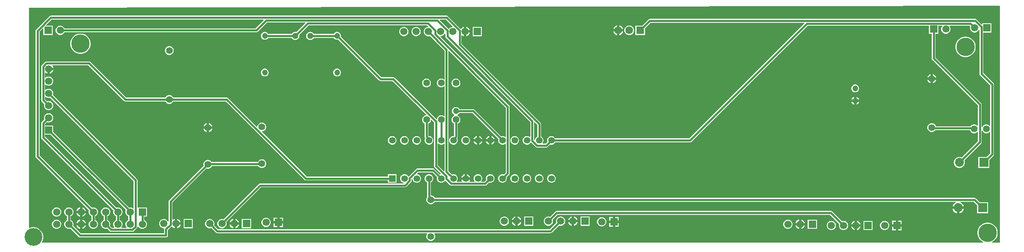
<source format=gtl>
G04*
G04 #@! TF.GenerationSoftware,Altium Limited,Altium Designer,21.6.4 (81)*
G04*
G04 Layer_Physical_Order=1*
G04 Layer_Color=255*
%FSLAX25Y25*%
%MOIN*%
G70*
G04*
G04 #@! TF.SameCoordinates,8913C7E9-C03F-4568-99A4-2E0721410B73*
G04*
G04*
G04 #@! TF.FilePolarity,Positive*
G04*
G01*
G75*
%ADD34C,0.01500*%
%ADD35C,0.04724*%
%ADD36R,0.06299X0.06299*%
%ADD37C,0.06299*%
%ADD38C,0.05500*%
%ADD39R,0.05906X0.05906*%
%ADD40C,0.05906*%
%ADD41C,0.05347*%
%ADD42R,0.05347X0.05347*%
%ADD43C,0.15000*%
%ADD44C,0.14567*%
%ADD45C,0.05512*%
%ADD46R,0.07284X0.07284*%
%ADD47C,0.07284*%
%ADD48R,0.05906X0.05906*%
%ADD49C,0.05118*%
%ADD50C,0.05000*%
G36*
X798000Y197645D02*
Y4500D01*
X791682D01*
X791582Y5000D01*
X791931Y5145D01*
X793291Y6053D01*
X794447Y7209D01*
X795355Y8568D01*
X795981Y10079D01*
X796300Y11682D01*
Y13318D01*
X795981Y14921D01*
X795355Y16432D01*
X794447Y17791D01*
X793291Y18947D01*
X791931Y19855D01*
X790421Y20481D01*
X788818Y20800D01*
X787183D01*
X785579Y20481D01*
X784068Y19855D01*
X782709Y18947D01*
X781553Y17791D01*
X780645Y16432D01*
X780019Y14921D01*
X779700Y13318D01*
Y11682D01*
X780019Y10079D01*
X780645Y8568D01*
X781553Y7209D01*
X782709Y6053D01*
X784068Y5145D01*
X784418Y5000D01*
X784318Y4500D01*
X16245D01*
X16010Y4941D01*
X16163Y5171D01*
X16773Y6642D01*
X17084Y8204D01*
Y9796D01*
X16773Y11358D01*
X16163Y12829D01*
X15279Y14153D01*
X14153Y15279D01*
X12829Y16163D01*
X11358Y16773D01*
X9796Y17084D01*
X8204D01*
X6642Y16773D01*
X5916Y16472D01*
X5500Y16750D01*
Y196500D01*
X797646Y197998D01*
X798000Y197645D01*
D02*
G37*
%LPC*%
G36*
X487524Y182028D02*
Y179000D01*
X490552D01*
X490390Y179602D01*
X489844Y180548D01*
X489072Y181321D01*
X488125Y181867D01*
X487524Y182028D01*
D02*
G37*
G36*
X485524Y182028D02*
X484922Y181867D01*
X483976Y181321D01*
X483203Y180548D01*
X482657Y179602D01*
X482496Y179000D01*
X485524D01*
Y182028D01*
D02*
G37*
G36*
X362500Y180824D02*
Y178000D01*
X365324D01*
X365183Y178526D01*
X364663Y179427D01*
X363927Y180163D01*
X363026Y180683D01*
X362500Y180824D01*
D02*
G37*
G36*
X496020Y181950D02*
X494980D01*
X493975Y181680D01*
X493075Y181160D01*
X492340Y180425D01*
X491820Y179525D01*
X491550Y178520D01*
Y177480D01*
X491820Y176476D01*
X492340Y175575D01*
X493075Y174839D01*
X493975Y174320D01*
X494980Y174050D01*
X496020D01*
X497024Y174320D01*
X497925Y174839D01*
X498661Y175575D01*
X499180Y176476D01*
X499450Y177480D01*
Y178520D01*
X499180Y179525D01*
X498661Y180425D01*
X497925Y181160D01*
X497024Y181680D01*
X496020Y181950D01*
D02*
G37*
G36*
X485524Y177000D02*
X482496D01*
X482657Y176398D01*
X483203Y175452D01*
X483976Y174680D01*
X484922Y174133D01*
X485524Y173972D01*
Y177000D01*
D02*
G37*
G36*
X490552D02*
X487524D01*
Y173972D01*
X488125Y174133D01*
X489072Y174680D01*
X489844Y175452D01*
X490390Y176398D01*
X490552Y177000D01*
D02*
G37*
G36*
X375253Y180753D02*
X367747D01*
Y173247D01*
X375253D01*
Y180753D01*
D02*
G37*
G36*
X321994D02*
X321006D01*
X320052Y180497D01*
X319196Y180003D01*
X318497Y179304D01*
X318003Y178448D01*
X317747Y177494D01*
Y176506D01*
X318003Y175551D01*
X318497Y174696D01*
X319196Y173997D01*
X320052Y173503D01*
X321006Y173247D01*
X321994D01*
X322949Y173503D01*
X323804Y173997D01*
X324503Y174696D01*
X324997Y175551D01*
X325253Y176506D01*
Y177494D01*
X324997Y178448D01*
X324503Y179304D01*
X323804Y180003D01*
X322949Y180497D01*
X321994Y180753D01*
D02*
G37*
G36*
X311994D02*
X311006D01*
X310051Y180497D01*
X309196Y180003D01*
X308497Y179304D01*
X308003Y178448D01*
X307747Y177494D01*
Y176506D01*
X308003Y175551D01*
X308497Y174696D01*
X309196Y173997D01*
X310051Y173503D01*
X311006Y173247D01*
X311994D01*
X312948Y173503D01*
X313804Y173997D01*
X314503Y174696D01*
X314997Y175551D01*
X315253Y176506D01*
Y177494D01*
X314997Y178448D01*
X314503Y179304D01*
X313804Y180003D01*
X312948Y180497D01*
X311994Y180753D01*
D02*
G37*
G36*
X365324Y176000D02*
X362500D01*
Y173176D01*
X363026Y173317D01*
X363927Y173837D01*
X364663Y174573D01*
X365183Y175474D01*
X365324Y176000D01*
D02*
G37*
G36*
X48318Y175300D02*
X46683D01*
X45079Y174981D01*
X43569Y174355D01*
X42209Y173447D01*
X41053Y172291D01*
X40145Y170931D01*
X39519Y169421D01*
X39200Y167817D01*
Y166182D01*
X39519Y164579D01*
X40145Y163068D01*
X41053Y161709D01*
X42209Y160553D01*
X43569Y159645D01*
X45079Y159019D01*
X46683Y158700D01*
X48318D01*
X49921Y159019D01*
X51432Y159645D01*
X52791Y160553D01*
X53947Y161709D01*
X54855Y163068D01*
X55481Y164579D01*
X55800Y166182D01*
Y167817D01*
X55481Y169421D01*
X54855Y170931D01*
X53947Y172291D01*
X52791Y173447D01*
X51432Y174355D01*
X49921Y174981D01*
X48318Y175300D01*
D02*
G37*
G36*
X120468Y165056D02*
X119532D01*
X118628Y164814D01*
X117817Y164345D01*
X117155Y163683D01*
X116686Y162873D01*
X116444Y161968D01*
Y161032D01*
X116686Y160127D01*
X117155Y159317D01*
X117817Y158655D01*
X118628Y158186D01*
X119532Y157944D01*
X120468D01*
X121372Y158186D01*
X122183Y158655D01*
X122845Y159317D01*
X123314Y160127D01*
X123556Y161032D01*
Y161968D01*
X123314Y162873D01*
X122845Y163683D01*
X122183Y164345D01*
X121372Y164814D01*
X120468Y165056D01*
D02*
G37*
G36*
X25324Y145500D02*
X22500D01*
Y142676D01*
X23026Y142817D01*
X23927Y143337D01*
X24663Y144073D01*
X25183Y144974D01*
X25324Y145500D01*
D02*
G37*
G36*
X257416Y146662D02*
X256584D01*
X255779Y146447D01*
X255058Y146030D01*
X254470Y145442D01*
X254053Y144721D01*
X253838Y143916D01*
Y143084D01*
X254053Y142279D01*
X254470Y141558D01*
X255058Y140970D01*
X255779Y140553D01*
X256584Y140338D01*
X257416D01*
X258221Y140553D01*
X258942Y140970D01*
X259530Y141558D01*
X259947Y142279D01*
X260162Y143084D01*
Y143916D01*
X259947Y144721D01*
X259530Y145442D01*
X258942Y146030D01*
X258221Y146447D01*
X257416Y146662D01*
D02*
G37*
G36*
X198416D02*
X197584D01*
X196779Y146447D01*
X196058Y146030D01*
X195470Y145442D01*
X195053Y144721D01*
X194838Y143916D01*
Y143084D01*
X195053Y142279D01*
X195470Y141558D01*
X196058Y140970D01*
X196779Y140553D01*
X197584Y140338D01*
X198416D01*
X199221Y140553D01*
X199942Y140970D01*
X200530Y141558D01*
X200947Y142279D01*
X201162Y143084D01*
Y143916D01*
X200947Y144721D01*
X200530Y145442D01*
X199942Y146030D01*
X199221Y146447D01*
X198416Y146662D01*
D02*
G37*
G36*
X743500Y142120D02*
Y139500D01*
X746120D01*
X746000Y139950D01*
X745506Y140806D01*
X744806Y141506D01*
X743950Y142000D01*
X743500Y142120D01*
D02*
G37*
G36*
X741500D02*
X741050Y142000D01*
X740194Y141506D01*
X739495Y140806D01*
X739000Y139950D01*
X738880Y139500D01*
X741500D01*
Y142120D01*
D02*
G37*
G36*
X746120Y137500D02*
X743500D01*
Y134880D01*
X743950Y135000D01*
X744806Y135494D01*
X745506Y136194D01*
X746000Y137050D01*
X746120Y137500D01*
D02*
G37*
G36*
X741500D02*
X738880D01*
X739000Y137050D01*
X739495Y136194D01*
X740194Y135494D01*
X741050Y135000D01*
X741500Y134880D01*
Y137500D01*
D02*
G37*
G36*
X354468Y138556D02*
X353532D01*
X352627Y138314D01*
X351817Y137845D01*
X351155Y137183D01*
X350686Y136372D01*
X350444Y135468D01*
Y134532D01*
X350686Y133627D01*
X351155Y132817D01*
X351817Y132155D01*
X352627Y131686D01*
X353532Y131444D01*
X354468D01*
X355373Y131686D01*
X356183Y132155D01*
X356845Y132817D01*
X357314Y133627D01*
X357556Y134532D01*
Y135468D01*
X357314Y136372D01*
X356845Y137183D01*
X356183Y137845D01*
X355373Y138314D01*
X354468Y138556D01*
D02*
G37*
G36*
X330468D02*
X329532D01*
X328627Y138314D01*
X327817Y137845D01*
X327155Y137183D01*
X326686Y136372D01*
X326444Y135468D01*
Y134532D01*
X326686Y133627D01*
X327155Y132817D01*
X327817Y132155D01*
X328627Y131686D01*
X329532Y131444D01*
X330468D01*
X331372Y131686D01*
X332183Y132155D01*
X332845Y132817D01*
X333314Y133627D01*
X333556Y134532D01*
Y135468D01*
X333314Y136372D01*
X332845Y137183D01*
X332183Y137845D01*
X331372Y138314D01*
X330468Y138556D01*
D02*
G37*
G36*
X680416Y133662D02*
X679584D01*
X678779Y133447D01*
X678058Y133030D01*
X677470Y132442D01*
X677053Y131721D01*
X676838Y130916D01*
Y130084D01*
X677053Y129279D01*
X677470Y128558D01*
X678058Y127970D01*
X678779Y127553D01*
X679584Y127338D01*
X680416D01*
X681221Y127553D01*
X681942Y127970D01*
X682530Y128558D01*
X682947Y129279D01*
X683162Y130084D01*
Y130916D01*
X682947Y131721D01*
X682530Y132442D01*
X681942Y133030D01*
X681221Y133447D01*
X680416Y133662D01*
D02*
G37*
G36*
X681000Y123713D02*
Y121500D01*
X683213D01*
X683133Y121798D01*
X682690Y122564D01*
X682064Y123190D01*
X681298Y123633D01*
X681000Y123713D01*
D02*
G37*
G36*
X679000Y123713D02*
X678702Y123633D01*
X677936Y123190D01*
X677310Y122564D01*
X676867Y121798D01*
X676787Y121500D01*
X679000D01*
Y123713D01*
D02*
G37*
G36*
X683213Y119500D02*
X681000D01*
Y117287D01*
X681298Y117367D01*
X682064Y117810D01*
X682690Y118436D01*
X683133Y119202D01*
X683213Y119500D01*
D02*
G37*
G36*
X679000D02*
X676787D01*
X676867Y119202D01*
X677310Y118436D01*
X677936Y117810D01*
X678702Y117367D01*
X679000Y117287D01*
Y119500D01*
D02*
G37*
G36*
X346465Y189983D02*
X23305D01*
X22700Y189863D01*
X22188Y189520D01*
X11280Y178612D01*
X10937Y178100D01*
X10817Y177495D01*
Y75103D01*
X10937Y74498D01*
X11280Y73985D01*
X54464Y30801D01*
X54247Y29994D01*
Y29006D01*
X54503Y28051D01*
X54997Y27196D01*
X55696Y26497D01*
X56420Y26079D01*
Y22921D01*
X55696Y22503D01*
X54997Y21804D01*
X54503Y20948D01*
X54247Y19994D01*
Y19006D01*
X54503Y18052D01*
X54997Y17196D01*
X55696Y16497D01*
X56551Y16003D01*
X57506Y15747D01*
X58494D01*
X59448Y16003D01*
X60304Y16497D01*
X61003Y17196D01*
X61497Y18052D01*
X61753Y19006D01*
Y19994D01*
X61497Y20948D01*
X61003Y21804D01*
X60304Y22503D01*
X59580Y22921D01*
Y26079D01*
X60304Y26497D01*
X61003Y27196D01*
X61497Y28051D01*
X61753Y29006D01*
Y29994D01*
X61497Y30948D01*
X61003Y31804D01*
X60304Y32503D01*
X59448Y32997D01*
X58494Y33253D01*
X57506D01*
X56699Y33036D01*
X13978Y75757D01*
Y176840D01*
X16785Y179648D01*
X17247Y179456D01*
Y174247D01*
X24753D01*
Y181753D01*
X19544D01*
X19352Y182215D01*
X23960Y186822D01*
X196961D01*
X197153Y186360D01*
X190373Y179580D01*
X34421D01*
X34003Y180304D01*
X33304Y181003D01*
X32449Y181497D01*
X31494Y181753D01*
X30506D01*
X29552Y181497D01*
X28696Y181003D01*
X27997Y180304D01*
X27503Y179448D01*
X27247Y178494D01*
Y177506D01*
X27503Y176551D01*
X27997Y175696D01*
X28696Y174997D01*
X29552Y174503D01*
X30506Y174247D01*
X31494D01*
X32449Y174503D01*
X33304Y174997D01*
X34003Y175696D01*
X34421Y176420D01*
X191027D01*
X191632Y176540D01*
X192145Y176883D01*
X199785Y184522D01*
X231032D01*
X231223Y184060D01*
X223878Y176715D01*
X223340Y176859D01*
X222455D01*
X221601Y176630D01*
X220835Y176188D01*
X220210Y175563D01*
X219931Y175080D01*
X200739D01*
X200530Y175442D01*
X199942Y176030D01*
X199221Y176447D01*
X198416Y176662D01*
X197584D01*
X196779Y176447D01*
X196058Y176030D01*
X195470Y175442D01*
X195053Y174721D01*
X194838Y173916D01*
Y173084D01*
X195053Y172279D01*
X195470Y171558D01*
X196058Y170970D01*
X196779Y170553D01*
X197584Y170338D01*
X198416D01*
X199221Y170553D01*
X199942Y170970D01*
X200530Y171558D01*
X200739Y171920D01*
X219931D01*
X220210Y171438D01*
X220835Y170812D01*
X221601Y170370D01*
X222455Y170141D01*
X223340D01*
X224194Y170370D01*
X224960Y170812D01*
X225586Y171438D01*
X226028Y172203D01*
X226257Y173058D01*
Y173942D01*
X226113Y174480D01*
X233855Y182222D01*
X330411D01*
X331418Y181215D01*
X331227Y180753D01*
X331006D01*
X330051Y180497D01*
X329196Y180003D01*
X328497Y179304D01*
X328003Y178448D01*
X327747Y177494D01*
Y176506D01*
X328003Y175551D01*
X328497Y174696D01*
X329196Y173997D01*
X330051Y173503D01*
X331006Y173247D01*
X331994D01*
X332801Y173464D01*
X344725Y161539D01*
Y137957D01*
X344264Y137765D01*
X344183Y137845D01*
X343373Y138314D01*
X342468Y138556D01*
X341532D01*
X340628Y138314D01*
X339817Y137845D01*
X339155Y137183D01*
X338686Y136372D01*
X338444Y135468D01*
Y134532D01*
X338686Y133627D01*
X339155Y132817D01*
X339817Y132155D01*
X340628Y131686D01*
X341532Y131444D01*
X342468D01*
X343373Y131686D01*
X344183Y132155D01*
X344264Y132235D01*
X344725Y132044D01*
Y107957D01*
X344264Y107765D01*
X344183Y107845D01*
X343373Y108314D01*
X342468Y108556D01*
X341532D01*
X340628Y108314D01*
X339817Y107845D01*
X339155Y107183D01*
X338686Y106372D01*
X338469Y105562D01*
X337997Y105328D01*
X304068Y139257D01*
X303555Y139599D01*
X302950Y139720D01*
X293015D01*
X260054Y172681D01*
X260162Y173084D01*
Y173916D01*
X259947Y174721D01*
X259530Y175442D01*
X258942Y176030D01*
X258221Y176447D01*
X257416Y176662D01*
X256584D01*
X255779Y176447D01*
X255058Y176030D01*
X254470Y175442D01*
X254261Y175080D01*
X238069D01*
X237790Y175563D01*
X237165Y176188D01*
X236399Y176630D01*
X235545Y176859D01*
X234660D01*
X233806Y176630D01*
X233040Y176188D01*
X232414Y175563D01*
X231972Y174797D01*
X231743Y173942D01*
Y173058D01*
X231972Y172203D01*
X232414Y171438D01*
X233040Y170812D01*
X233806Y170370D01*
X234660Y170141D01*
X235545D01*
X236399Y170370D01*
X237165Y170812D01*
X237790Y171438D01*
X238069Y171920D01*
X254261D01*
X254470Y171558D01*
X255058Y170970D01*
X255779Y170553D01*
X256584Y170338D01*
X257416D01*
X257819Y170446D01*
X291243Y137022D01*
X291756Y136679D01*
X292361Y136559D01*
X302296D01*
X329837Y109018D01*
X329645Y108556D01*
X329532D01*
X328627Y108314D01*
X327817Y107845D01*
X327155Y107183D01*
X326686Y106372D01*
X326444Y105468D01*
Y104532D01*
X326686Y103628D01*
X327155Y102817D01*
X327817Y102155D01*
X328420Y101806D01*
Y91131D01*
X328540Y90527D01*
X328883Y90014D01*
X329020Y89876D01*
X328764Y89431D01*
X328527Y88548D01*
Y87633D01*
X328764Y86750D01*
X329221Y85958D01*
X329867Y85311D01*
X330659Y84854D01*
X331543Y84617D01*
X332457D01*
X333341Y84854D01*
X334133Y85311D01*
X334779Y85958D01*
X335237Y86750D01*
X335473Y87633D01*
Y88548D01*
X335237Y89431D01*
X334779Y90223D01*
X334133Y90870D01*
X333341Y91327D01*
X332457Y91564D01*
X331803D01*
X331580Y91786D01*
Y101806D01*
X332183Y102155D01*
X332845Y102817D01*
X333314Y103628D01*
X333556Y104532D01*
Y104645D01*
X334018Y104837D01*
X336114Y102741D01*
Y67188D01*
X336234Y66583D01*
X336577Y66070D01*
X341802Y60845D01*
X341611Y60383D01*
X341543D01*
X340927Y60218D01*
X336594Y64550D01*
X336082Y64893D01*
X335477Y65013D01*
X322551D01*
X321946Y64893D01*
X321433Y64550D01*
X315489Y58606D01*
X314993Y58671D01*
X314779Y59042D01*
X314133Y59689D01*
X313341Y60146D01*
X312457Y60383D01*
X311543D01*
X310659Y60146D01*
X309867Y59689D01*
X309221Y59042D01*
X308764Y58250D01*
X308527Y57367D01*
Y56452D01*
X308764Y55569D01*
X309221Y54777D01*
X309867Y54130D01*
X310659Y53673D01*
X311142Y53544D01*
X311359Y52968D01*
X311300Y52880D01*
X194297D01*
X193693Y52760D01*
X193180Y52417D01*
X164299Y23536D01*
X163491Y23753D01*
X162503D01*
X161549Y23497D01*
X160693Y23003D01*
X159994Y22304D01*
X159500Y21449D01*
X159245Y20494D01*
Y19506D01*
X159500Y18552D01*
X159994Y17696D01*
X160693Y16997D01*
X161549Y16503D01*
X162503Y16247D01*
X163491D01*
X164446Y16503D01*
X165302Y16997D01*
X166000Y17696D01*
X166494Y18552D01*
X166750Y19506D01*
Y20494D01*
X166534Y21301D01*
X194952Y49720D01*
X312363D01*
X312968Y49840D01*
X313481Y50182D01*
X317341Y54043D01*
X317683Y54555D01*
X317804Y55160D01*
Y56320D01*
X318027Y56494D01*
X318179Y56481D01*
X318564Y56313D01*
X318763Y55569D01*
X319221Y54777D01*
X319867Y54130D01*
X320659Y53673D01*
X321543Y53436D01*
X322457D01*
X323341Y53673D01*
X324133Y54130D01*
X324779Y54777D01*
X325237Y55569D01*
X325473Y56452D01*
Y57367D01*
X325237Y58250D01*
X324779Y59042D01*
X324133Y59689D01*
X323341Y60146D01*
X322457Y60383D01*
X322389D01*
X322198Y60845D01*
X323205Y61852D01*
X334822D01*
X338692Y57983D01*
X338527Y57367D01*
Y56452D01*
X338763Y55569D01*
X339221Y54777D01*
X339867Y54130D01*
X340659Y53673D01*
X341543Y53436D01*
X342457D01*
X343341Y53673D01*
X344133Y54130D01*
X344779Y54777D01*
X344993Y55148D01*
X345489Y55213D01*
X349133Y51569D01*
X349646Y51226D01*
X350251Y51106D01*
X377777D01*
X378382Y51226D01*
X378894Y51569D01*
X380927Y53601D01*
X381543Y53436D01*
X382457D01*
X383341Y53673D01*
X384133Y54130D01*
X384779Y54777D01*
X385237Y55569D01*
X385473Y56452D01*
Y57367D01*
X385237Y58250D01*
X384779Y59042D01*
X384133Y59689D01*
X383341Y60146D01*
X382457Y60383D01*
X381543D01*
X380659Y60146D01*
X379867Y59689D01*
X379221Y59042D01*
X378764Y58250D01*
X378527Y57367D01*
Y56452D01*
X378692Y55836D01*
X377122Y54267D01*
X374922D01*
X374731Y54729D01*
X374779Y54777D01*
X375237Y55569D01*
X375473Y56452D01*
Y57367D01*
X375237Y58250D01*
X374779Y59042D01*
X374133Y59689D01*
X373341Y60146D01*
X372457Y60383D01*
X371543D01*
X370659Y60146D01*
X369867Y59689D01*
X369221Y59042D01*
X368763Y58250D01*
X368527Y57367D01*
Y56452D01*
X368763Y55569D01*
X369221Y54777D01*
X369269Y54729D01*
X369078Y54267D01*
X365193D01*
X365004Y54767D01*
X365423Y55492D01*
X365535Y55910D01*
X362000D01*
X358465D01*
X358577Y55492D01*
X358996Y54767D01*
X358807Y54267D01*
X354922D01*
X354731Y54729D01*
X354779Y54777D01*
X355237Y55569D01*
X355473Y56452D01*
Y57367D01*
X355237Y58250D01*
X354779Y59042D01*
X354133Y59689D01*
X353341Y60146D01*
X352457Y60383D01*
X351543D01*
X350927Y60218D01*
X347886Y63258D01*
Y160978D01*
X348348Y161170D01*
X394643Y114875D01*
Y91013D01*
X394181Y90821D01*
X394133Y90870D01*
X393341Y91327D01*
X392457Y91564D01*
X391543D01*
X390927Y91399D01*
X369208Y113118D01*
X368695Y113460D01*
X368091Y113580D01*
X356898D01*
X356641Y114026D01*
X356026Y114641D01*
X355274Y115075D01*
X354434Y115300D01*
X353566D01*
X352726Y115075D01*
X351974Y114641D01*
X351359Y114026D01*
X350925Y113274D01*
X350700Y112434D01*
Y111566D01*
X350925Y110726D01*
X351359Y109974D01*
X351974Y109359D01*
X352726Y108925D01*
X352852Y108891D01*
Y108374D01*
X352627Y108314D01*
X351817Y107845D01*
X351155Y107183D01*
X350686Y106372D01*
X350444Y105468D01*
Y104532D01*
X350686Y103628D01*
X351155Y102817D01*
X351817Y102155D01*
X352420Y101806D01*
Y91786D01*
X352197Y91564D01*
X351543D01*
X350659Y91327D01*
X349867Y90870D01*
X349221Y90223D01*
X348763Y89431D01*
X348527Y88548D01*
Y87633D01*
X348763Y86750D01*
X349221Y85958D01*
X349867Y85311D01*
X350659Y84854D01*
X351543Y84617D01*
X352457D01*
X353341Y84854D01*
X354133Y85311D01*
X354779Y85958D01*
X355237Y86750D01*
X355473Y87633D01*
Y88548D01*
X355237Y89431D01*
X354980Y89876D01*
X355118Y90014D01*
X355460Y90527D01*
X355580Y91131D01*
Y101806D01*
X356183Y102155D01*
X356845Y102817D01*
X357314Y103628D01*
X357556Y104532D01*
Y105468D01*
X357314Y106372D01*
X356845Y107183D01*
X356183Y107845D01*
X355373Y108314D01*
X355148Y108374D01*
Y108891D01*
X355274Y108925D01*
X356026Y109359D01*
X356641Y109974D01*
X356898Y110420D01*
X367436D01*
X388692Y89164D01*
X388527Y88548D01*
Y87633D01*
X388763Y86750D01*
X389221Y85958D01*
X389867Y85311D01*
X390659Y84854D01*
X391543Y84617D01*
X392457D01*
X393341Y84854D01*
X394133Y85311D01*
X394181Y85360D01*
X394643Y85168D01*
Y61787D01*
X393073Y60218D01*
X392457Y60383D01*
X391543D01*
X390659Y60146D01*
X389867Y59689D01*
X389221Y59042D01*
X388763Y58250D01*
X388527Y57367D01*
Y56452D01*
X388763Y55569D01*
X389221Y54777D01*
X389867Y54130D01*
X390659Y53673D01*
X391543Y53436D01*
X392457D01*
X393341Y53673D01*
X394133Y54130D01*
X394779Y54777D01*
X395236Y55569D01*
X395473Y56452D01*
Y57367D01*
X395308Y57983D01*
X397341Y60015D01*
X397683Y60528D01*
X397804Y61133D01*
Y115530D01*
X397683Y116134D01*
X397341Y116647D01*
X341240Y172747D01*
X341447Y173247D01*
X341994D01*
X342949Y173503D01*
X343804Y173997D01*
X344503Y174696D01*
X344917Y175413D01*
X345417Y175279D01*
Y173093D01*
X345537Y172488D01*
X345880Y171976D01*
X414643Y103213D01*
Y91013D01*
X414181Y90821D01*
X414133Y90870D01*
X413341Y91327D01*
X412457Y91564D01*
X411543D01*
X410659Y91327D01*
X409867Y90870D01*
X409221Y90223D01*
X408764Y89431D01*
X408527Y88548D01*
Y87633D01*
X408764Y86750D01*
X409221Y85958D01*
X409867Y85311D01*
X410659Y84854D01*
X411543Y84617D01*
X412457D01*
X413341Y84854D01*
X414133Y85311D01*
X414779Y85958D01*
X414993Y86329D01*
X415489Y86394D01*
X419133Y82750D01*
X419646Y82407D01*
X420251Y82287D01*
X427777D01*
X428381Y82407D01*
X428894Y82750D01*
X430927Y84782D01*
X431543Y84617D01*
X432457D01*
X433341Y84854D01*
X434133Y85311D01*
X434779Y85958D01*
X435098Y86510D01*
X545090D01*
X545695Y86630D01*
X546208Y86973D01*
X641157Y181922D01*
X740247D01*
Y175247D01*
X742420D01*
Y155025D01*
X742540Y154420D01*
X742882Y153908D01*
X780119Y116671D01*
Y100108D01*
X779619Y99901D01*
X779180Y100341D01*
X778370Y100808D01*
X777467Y101050D01*
X776533D01*
X775630Y100808D01*
X774820Y100341D01*
X774159Y99680D01*
X774102Y99580D01*
X745892D01*
X745814Y99872D01*
X745345Y100683D01*
X744683Y101345D01*
X743872Y101814D01*
X742968Y102056D01*
X742032D01*
X741127Y101814D01*
X740317Y101345D01*
X739655Y100683D01*
X739186Y99872D01*
X738944Y98968D01*
Y98032D01*
X739186Y97127D01*
X739655Y96317D01*
X740317Y95655D01*
X741127Y95186D01*
X742032Y94944D01*
X742968D01*
X743872Y95186D01*
X744683Y95655D01*
X745345Y96317D01*
X745405Y96420D01*
X773614D01*
X773692Y96130D01*
X774159Y95320D01*
X774820Y94659D01*
X775630Y94192D01*
X776533Y93950D01*
X777467D01*
X778370Y94192D01*
X779180Y94659D01*
X779619Y95099D01*
X780119Y94892D01*
Y87354D01*
X766835Y74070D01*
X766714Y74139D01*
X765585Y74442D01*
X764415D01*
X763286Y74139D01*
X762273Y73554D01*
X761446Y72727D01*
X760861Y71714D01*
X760558Y70585D01*
Y69415D01*
X760861Y68286D01*
X761446Y67273D01*
X762273Y66446D01*
X763286Y65861D01*
X764415Y65558D01*
X765585D01*
X766714Y65861D01*
X767727Y66446D01*
X768554Y67273D01*
X769139Y68286D01*
X769442Y69415D01*
Y70585D01*
X769139Y71714D01*
X769070Y71835D01*
X782817Y85582D01*
X783160Y86095D01*
X783280Y86700D01*
Y95843D01*
X783780Y95977D01*
X784159Y95320D01*
X784820Y94659D01*
X785630Y94192D01*
X786533Y93950D01*
X787467D01*
X788370Y94192D01*
X789180Y94659D01*
X789619Y95099D01*
X790119Y94892D01*
Y77354D01*
X787207Y74442D01*
X780558D01*
Y65558D01*
X789442D01*
Y72207D01*
X792817Y75582D01*
X793160Y76095D01*
X793280Y76700D01*
Y133861D01*
X793160Y134466D01*
X792817Y134978D01*
X784578Y143218D01*
Y176247D01*
X791253D01*
Y183753D01*
X783747D01*
Y183009D01*
X783285Y182817D01*
X779183Y186920D01*
X778670Y187263D01*
X778065Y187383D01*
X512279D01*
X511674Y187263D01*
X511162Y186920D01*
X506191Y181950D01*
X500527D01*
Y174050D01*
X508426D01*
Y179715D01*
X512934Y184222D01*
X638334D01*
X638525Y183760D01*
X544436Y89671D01*
X435098D01*
X434779Y90223D01*
X434133Y90870D01*
X433341Y91327D01*
X432457Y91564D01*
X431543D01*
X430659Y91327D01*
X429867Y90870D01*
X429221Y90223D01*
X428763Y89431D01*
X428527Y88548D01*
Y87633D01*
X428692Y87017D01*
X427122Y85448D01*
X424922D01*
X424731Y85910D01*
X424779Y85958D01*
X425237Y86750D01*
X425473Y87633D01*
Y88548D01*
X425237Y89431D01*
X424779Y90223D01*
X424133Y90870D01*
X423580Y91189D01*
Y101343D01*
X423460Y101948D01*
X423117Y102461D01*
X358578Y167001D01*
Y173679D01*
X359040Y173870D01*
X359073Y173837D01*
X359974Y173317D01*
X360500Y173176D01*
Y177000D01*
Y180824D01*
X359974Y180683D01*
X359073Y180163D01*
X358337Y179427D01*
X358300Y179364D01*
X357805Y179298D01*
X347583Y189520D01*
X347070Y189863D01*
X346465Y189983D01*
D02*
G37*
G36*
X152500Y102120D02*
Y99500D01*
X155120D01*
X155000Y99950D01*
X154506Y100806D01*
X153806Y101505D01*
X152950Y102000D01*
X152500Y102120D01*
D02*
G37*
G36*
X150500D02*
X150050Y102000D01*
X149194Y101505D01*
X148495Y100806D01*
X148000Y99950D01*
X147880Y99500D01*
X150500D01*
Y102120D01*
D02*
G37*
G36*
X155120Y97500D02*
X152500D01*
Y94880D01*
X152950Y95000D01*
X153806Y95495D01*
X154506Y96194D01*
X155000Y97050D01*
X155120Y97500D01*
D02*
G37*
G36*
X150500D02*
X147880D01*
X148000Y97050D01*
X148495Y96194D01*
X149194Y95495D01*
X150050Y95000D01*
X150500Y94880D01*
Y97500D01*
D02*
G37*
G36*
X383000Y91625D02*
Y89091D01*
X385535D01*
X385423Y89508D01*
X384939Y90346D01*
X384255Y91030D01*
X383418Y91514D01*
X383000Y91625D01*
D02*
G37*
G36*
X373000D02*
Y89091D01*
X375535D01*
X375423Y89508D01*
X374939Y90346D01*
X374255Y91030D01*
X373418Y91514D01*
X373000Y91625D01*
D02*
G37*
G36*
X381000D02*
X380582Y91514D01*
X379745Y91030D01*
X379061Y90346D01*
X378577Y89508D01*
X378465Y89091D01*
X381000D01*
Y91625D01*
D02*
G37*
G36*
X371000D02*
X370582Y91514D01*
X369745Y91030D01*
X369061Y90346D01*
X368577Y89508D01*
X368465Y89091D01*
X371000D01*
Y91625D01*
D02*
G37*
G36*
X402457Y91564D02*
X401543D01*
X400659Y91327D01*
X399867Y90870D01*
X399221Y90223D01*
X398763Y89431D01*
X398527Y88548D01*
Y87633D01*
X398763Y86750D01*
X399221Y85958D01*
X399867Y85311D01*
X400659Y84854D01*
X401543Y84617D01*
X402457D01*
X403341Y84854D01*
X404133Y85311D01*
X404779Y85958D01*
X405236Y86750D01*
X405473Y87633D01*
Y88548D01*
X405236Y89431D01*
X404779Y90223D01*
X404133Y90870D01*
X403341Y91327D01*
X402457Y91564D01*
D02*
G37*
G36*
X362457D02*
X361543D01*
X360659Y91327D01*
X359867Y90870D01*
X359221Y90223D01*
X358764Y89431D01*
X358527Y88548D01*
Y87633D01*
X358764Y86750D01*
X359221Y85958D01*
X359867Y85311D01*
X360659Y84854D01*
X361543Y84617D01*
X362457D01*
X363341Y84854D01*
X364133Y85311D01*
X364779Y85958D01*
X365236Y86750D01*
X365473Y87633D01*
Y88548D01*
X365236Y89431D01*
X364779Y90223D01*
X364133Y90870D01*
X363341Y91327D01*
X362457Y91564D01*
D02*
G37*
G36*
X322457D02*
X321543D01*
X320659Y91327D01*
X319867Y90870D01*
X319221Y90223D01*
X318763Y89431D01*
X318527Y88548D01*
Y87633D01*
X318763Y86750D01*
X319221Y85958D01*
X319867Y85311D01*
X320659Y84854D01*
X321543Y84617D01*
X322457D01*
X323341Y84854D01*
X324133Y85311D01*
X324779Y85958D01*
X325237Y86750D01*
X325473Y87633D01*
Y88548D01*
X325237Y89431D01*
X324779Y90223D01*
X324133Y90870D01*
X323341Y91327D01*
X322457Y91564D01*
D02*
G37*
G36*
X312457D02*
X311543D01*
X310659Y91327D01*
X309867Y90870D01*
X309221Y90223D01*
X308764Y89431D01*
X308527Y88548D01*
Y87633D01*
X308764Y86750D01*
X309221Y85958D01*
X309867Y85311D01*
X310659Y84854D01*
X311543Y84617D01*
X312457D01*
X313341Y84854D01*
X314133Y85311D01*
X314779Y85958D01*
X315236Y86750D01*
X315473Y87633D01*
Y88548D01*
X315236Y89431D01*
X314779Y90223D01*
X314133Y90870D01*
X313341Y91327D01*
X312457Y91564D01*
D02*
G37*
G36*
X302457D02*
X301543D01*
X300659Y91327D01*
X299867Y90870D01*
X299221Y90223D01*
X298763Y89431D01*
X298527Y88548D01*
Y87633D01*
X298763Y86750D01*
X299221Y85958D01*
X299867Y85311D01*
X300659Y84854D01*
X301543Y84617D01*
X302457D01*
X303341Y84854D01*
X304133Y85311D01*
X304779Y85958D01*
X305237Y86750D01*
X305473Y87633D01*
Y88548D01*
X305237Y89431D01*
X304779Y90223D01*
X304133Y90870D01*
X303341Y91327D01*
X302457Y91564D01*
D02*
G37*
G36*
X385535Y87091D02*
X383000D01*
Y84556D01*
X383418Y84668D01*
X384255Y85151D01*
X384939Y85835D01*
X385423Y86673D01*
X385535Y87091D01*
D02*
G37*
G36*
X375535D02*
X373000D01*
Y84556D01*
X373418Y84668D01*
X374255Y85151D01*
X374939Y85835D01*
X375423Y86673D01*
X375535Y87091D01*
D02*
G37*
G36*
X371000D02*
X368465D01*
X368577Y86673D01*
X369061Y85835D01*
X369745Y85151D01*
X370582Y84668D01*
X371000Y84556D01*
Y87091D01*
D02*
G37*
G36*
X381000D02*
X378465D01*
X378577Y86673D01*
X379061Y85835D01*
X379745Y85151D01*
X380582Y84668D01*
X381000Y84556D01*
Y87091D01*
D02*
G37*
G36*
X195968Y72556D02*
X195032D01*
X194128Y72314D01*
X193317Y71845D01*
X192655Y71183D01*
X192186Y70372D01*
X192175Y70330D01*
X154549D01*
X154345Y70683D01*
X153683Y71345D01*
X152873Y71814D01*
X151968Y72056D01*
X151032D01*
X150127Y71814D01*
X149317Y71345D01*
X148655Y70683D01*
X148186Y69872D01*
X147944Y68968D01*
Y68032D01*
X148124Y67359D01*
X119880Y39115D01*
X119537Y38602D01*
X119417Y37997D01*
Y21721D01*
X118917Y21587D01*
X118503Y22304D01*
X117804Y23003D01*
X116948Y23497D01*
X115994Y23753D01*
X115006D01*
X114051Y23497D01*
X113196Y23003D01*
X112497Y22304D01*
X112003Y21449D01*
X111747Y20494D01*
Y19506D01*
X112003Y18552D01*
X112497Y17696D01*
X113196Y16997D01*
X114051Y16503D01*
X115006Y16247D01*
X115413D01*
X115754Y15747D01*
X115685Y15397D01*
Y11978D01*
X47757D01*
X41536Y18199D01*
X41753Y19006D01*
Y19994D01*
X41497Y20948D01*
X41003Y21804D01*
X40304Y22503D01*
X39580Y22921D01*
Y26079D01*
X40304Y26497D01*
X41003Y27196D01*
X41497Y28051D01*
X41753Y29006D01*
Y29994D01*
X41497Y30948D01*
X41003Y31804D01*
X40304Y32503D01*
X39448Y32997D01*
X38494Y33253D01*
X37506D01*
X36551Y32997D01*
X35696Y32503D01*
X34997Y31804D01*
X34503Y30948D01*
X34247Y29994D01*
Y29006D01*
X34503Y28051D01*
X34997Y27196D01*
X35696Y26497D01*
X36420Y26079D01*
Y22921D01*
X35696Y22503D01*
X34997Y21804D01*
X34503Y20948D01*
X34247Y19994D01*
Y19006D01*
X34503Y18052D01*
X34997Y17196D01*
X35696Y16497D01*
X36551Y16003D01*
X37506Y15747D01*
X38494D01*
X39301Y15964D01*
X45985Y9280D01*
X46498Y8937D01*
X47103Y8817D01*
X117265D01*
X117870Y8937D01*
X118383Y9280D01*
X118725Y9792D01*
X118845Y10397D01*
Y14743D01*
X121805Y17702D01*
X122300Y17637D01*
X122337Y17573D01*
X123073Y16837D01*
X123974Y16317D01*
X124500Y16176D01*
Y20000D01*
Y23824D01*
X123974Y23683D01*
X123073Y23163D01*
X123040Y23130D01*
X122578Y23321D01*
Y37343D01*
X150359Y65124D01*
X151032Y64944D01*
X151968D01*
X152873Y65186D01*
X153683Y65655D01*
X154345Y66317D01*
X154814Y67128D01*
X154825Y67170D01*
X192451D01*
X192655Y66817D01*
X193317Y66155D01*
X194128Y65686D01*
X195032Y65444D01*
X195968D01*
X196872Y65686D01*
X197683Y66155D01*
X198345Y66817D01*
X198814Y67628D01*
X199056Y68532D01*
Y69468D01*
X198814Y70372D01*
X198345Y71183D01*
X197683Y71845D01*
X196872Y72314D01*
X195968Y72556D01*
D02*
G37*
G36*
X363000Y60444D02*
Y57910D01*
X365535D01*
X365423Y58327D01*
X364939Y59165D01*
X364255Y59849D01*
X363418Y60332D01*
X363000Y60444D01*
D02*
G37*
G36*
X361000D02*
X360582Y60332D01*
X359745Y59849D01*
X359061Y59165D01*
X358577Y58327D01*
X358465Y57910D01*
X361000D01*
Y60444D01*
D02*
G37*
G36*
X432457Y60383D02*
X431543D01*
X430659Y60146D01*
X429867Y59689D01*
X429221Y59042D01*
X428763Y58250D01*
X428527Y57367D01*
Y56452D01*
X428763Y55569D01*
X429221Y54777D01*
X429867Y54130D01*
X430659Y53673D01*
X431543Y53436D01*
X432457D01*
X433341Y53673D01*
X434133Y54130D01*
X434779Y54777D01*
X435237Y55569D01*
X435473Y56452D01*
Y57367D01*
X435237Y58250D01*
X434779Y59042D01*
X434133Y59689D01*
X433341Y60146D01*
X432457Y60383D01*
D02*
G37*
G36*
X422457D02*
X421543D01*
X420659Y60146D01*
X419867Y59689D01*
X419221Y59042D01*
X418763Y58250D01*
X418527Y57367D01*
Y56452D01*
X418763Y55569D01*
X419221Y54777D01*
X419867Y54130D01*
X420659Y53673D01*
X421543Y53436D01*
X422457D01*
X423341Y53673D01*
X424133Y54130D01*
X424779Y54777D01*
X425237Y55569D01*
X425473Y56452D01*
Y57367D01*
X425237Y58250D01*
X424779Y59042D01*
X424133Y59689D01*
X423341Y60146D01*
X422457Y60383D01*
D02*
G37*
G36*
X412457D02*
X411543D01*
X410659Y60146D01*
X409867Y59689D01*
X409221Y59042D01*
X408764Y58250D01*
X408527Y57367D01*
Y56452D01*
X408764Y55569D01*
X409221Y54777D01*
X409867Y54130D01*
X410659Y53673D01*
X411543Y53436D01*
X412457D01*
X413341Y53673D01*
X414133Y54130D01*
X414779Y54777D01*
X415237Y55569D01*
X415473Y56452D01*
Y57367D01*
X415237Y58250D01*
X414779Y59042D01*
X414133Y59689D01*
X413341Y60146D01*
X412457Y60383D01*
D02*
G37*
G36*
X402457D02*
X401543D01*
X400659Y60146D01*
X399867Y59689D01*
X399221Y59042D01*
X398763Y58250D01*
X398527Y57367D01*
Y56452D01*
X398763Y55569D01*
X399221Y54777D01*
X399867Y54130D01*
X400659Y53673D01*
X401543Y53436D01*
X402457D01*
X403341Y53673D01*
X404133Y54130D01*
X404779Y54777D01*
X405236Y55569D01*
X405473Y56452D01*
Y57367D01*
X405236Y58250D01*
X404779Y59042D01*
X404133Y59689D01*
X403341Y60146D01*
X402457Y60383D01*
D02*
G37*
G36*
X54523Y152583D02*
X19635D01*
X19030Y152463D01*
X18517Y152120D01*
X15880Y149483D01*
X15537Y148970D01*
X15417Y148365D01*
Y121003D01*
X15537Y120398D01*
X15880Y119885D01*
X17964Y117801D01*
X17747Y116994D01*
Y116006D01*
X18003Y115051D01*
X18497Y114196D01*
X19196Y113497D01*
X20052Y113003D01*
X21006Y112747D01*
X21994D01*
X22949Y113003D01*
X23804Y113497D01*
X24503Y114196D01*
X24997Y115051D01*
X25253Y116006D01*
Y116994D01*
X24997Y117948D01*
X24503Y118804D01*
X23804Y119503D01*
X22949Y119997D01*
X21994Y120253D01*
X21006D01*
X20199Y120036D01*
X18578Y121657D01*
Y123462D01*
X19039Y123653D01*
X19196Y123497D01*
X20052Y123003D01*
X21006Y122747D01*
X21994D01*
X22801Y122964D01*
X90922Y54843D01*
Y32538D01*
X90460Y32347D01*
X90304Y32503D01*
X89448Y32997D01*
X88494Y33253D01*
X87506D01*
X87093Y33142D01*
X25253Y94982D01*
Y100253D01*
X18578D01*
Y101343D01*
X20199Y102964D01*
X21006Y102747D01*
X21994D01*
X22949Y103003D01*
X23804Y103497D01*
X24503Y104196D01*
X24997Y105052D01*
X25253Y106006D01*
Y106994D01*
X24997Y107949D01*
X24503Y108804D01*
X23804Y109503D01*
X22949Y109997D01*
X21994Y110253D01*
X21006D01*
X20052Y109997D01*
X19196Y109503D01*
X18497Y108804D01*
X18003Y107949D01*
X17747Y106994D01*
Y106006D01*
X17964Y105199D01*
X15880Y103115D01*
X15537Y102602D01*
X15417Y101997D01*
Y90503D01*
X15537Y89898D01*
X15880Y89385D01*
X74464Y30801D01*
X74247Y29994D01*
Y29006D01*
X74503Y28051D01*
X74997Y27196D01*
X75696Y26497D01*
X76420Y26079D01*
Y22921D01*
X75696Y22503D01*
X74997Y21804D01*
X74503Y20948D01*
X74247Y19994D01*
Y19006D01*
X74503Y18052D01*
X74997Y17196D01*
X75153Y17040D01*
X74962Y16578D01*
X73157D01*
X71536Y18199D01*
X71753Y19006D01*
Y19994D01*
X71497Y20948D01*
X71003Y21804D01*
X70304Y22503D01*
X69580Y22921D01*
Y26079D01*
X70304Y26497D01*
X71003Y27196D01*
X71497Y28051D01*
X71753Y29006D01*
Y29994D01*
X71497Y30948D01*
X71003Y31804D01*
X70304Y32503D01*
X69449Y32997D01*
X68494Y33253D01*
X67506D01*
X66552Y32997D01*
X65696Y32503D01*
X64997Y31804D01*
X64503Y30948D01*
X64247Y29994D01*
Y29006D01*
X64503Y28051D01*
X64997Y27196D01*
X65696Y26497D01*
X66420Y26079D01*
Y22921D01*
X65696Y22503D01*
X64997Y21804D01*
X64503Y20948D01*
X64247Y19994D01*
Y19006D01*
X64503Y18052D01*
X64997Y17196D01*
X65696Y16497D01*
X66552Y16003D01*
X67506Y15747D01*
X68494D01*
X69301Y15964D01*
X71385Y13880D01*
X71898Y13537D01*
X72503Y13417D01*
X89865D01*
X90470Y13537D01*
X90983Y13880D01*
X93620Y16517D01*
X93963Y17030D01*
X94083Y17635D01*
Y17779D01*
X94583Y17913D01*
X94997Y17196D01*
X95696Y16497D01*
X96552Y16003D01*
X97506Y15747D01*
X98494D01*
X99449Y16003D01*
X100304Y16497D01*
X101003Y17196D01*
X101497Y18052D01*
X101753Y19006D01*
Y19994D01*
X101497Y20948D01*
X101003Y21804D01*
X100304Y22503D01*
X99580Y22921D01*
Y25747D01*
X101753D01*
Y33253D01*
X94583D01*
X94247Y33253D01*
X94083Y33685D01*
Y55497D01*
X93963Y56102D01*
X93620Y56615D01*
X25036Y125199D01*
X25253Y126006D01*
Y126994D01*
X24997Y127948D01*
X24503Y128804D01*
X23804Y129503D01*
X22949Y129997D01*
X21994Y130253D01*
X21006D01*
X20052Y129997D01*
X19196Y129503D01*
X19039Y129347D01*
X18578Y129538D01*
Y133462D01*
X19039Y133653D01*
X19196Y133497D01*
X20052Y133003D01*
X21006Y132747D01*
X21994D01*
X22949Y133003D01*
X23804Y133497D01*
X24503Y134196D01*
X24997Y135052D01*
X25253Y136006D01*
Y136994D01*
X24997Y137949D01*
X24503Y138804D01*
X23804Y139503D01*
X22949Y139997D01*
X21994Y140253D01*
X21006D01*
X20052Y139997D01*
X19196Y139503D01*
X19039Y139347D01*
X18578Y139538D01*
Y143179D01*
X19039Y143370D01*
X19073Y143337D01*
X19974Y142817D01*
X20500Y142676D01*
Y146500D01*
X21500D01*
Y147500D01*
X25324D01*
X25183Y148026D01*
X24663Y148927D01*
X24630Y148960D01*
X24821Y149422D01*
X53869D01*
X82908Y120382D01*
X83421Y120040D01*
X84026Y119920D01*
X116806D01*
X117155Y119317D01*
X117817Y118655D01*
X118628Y118186D01*
X119532Y117944D01*
X120468D01*
X121372Y118186D01*
X122183Y118655D01*
X122845Y119317D01*
X123194Y119920D01*
X166256D01*
X230384Y55792D01*
X230896Y55449D01*
X231501Y55329D01*
X298527D01*
Y53436D01*
X305473D01*
Y60383D01*
X298527D01*
Y58490D01*
X232156D01*
X195663Y94982D01*
X195855Y95444D01*
X195968D01*
X196872Y95686D01*
X197683Y96155D01*
X198345Y96817D01*
X198814Y97628D01*
X199056Y98532D01*
Y99468D01*
X198814Y100373D01*
X198345Y101183D01*
X197683Y101845D01*
X196872Y102314D01*
X195968Y102556D01*
X195032D01*
X194128Y102314D01*
X193317Y101845D01*
X192655Y101183D01*
X192186Y100373D01*
X191944Y99468D01*
Y99355D01*
X191482Y99163D01*
X168028Y122617D01*
X167515Y122960D01*
X166911Y123080D01*
X123194D01*
X122845Y123683D01*
X122183Y124345D01*
X121372Y124814D01*
X120468Y125056D01*
X119532D01*
X118628Y124814D01*
X117817Y124345D01*
X117155Y123683D01*
X116806Y123080D01*
X84681D01*
X55641Y152120D01*
X55128Y152463D01*
X54523Y152583D01*
D02*
G37*
G36*
X49000Y33324D02*
Y30500D01*
X51824D01*
X51683Y31026D01*
X51163Y31927D01*
X50427Y32663D01*
X49526Y33183D01*
X49000Y33324D01*
D02*
G37*
G36*
X47000D02*
X46474Y33183D01*
X45573Y32663D01*
X44837Y31927D01*
X44317Y31026D01*
X44176Y30500D01*
X47000D01*
Y33324D01*
D02*
G37*
G36*
X332457Y60383D02*
X331543D01*
X330659Y60146D01*
X329867Y59689D01*
X329221Y59042D01*
X328764Y58250D01*
X328527Y57367D01*
Y56452D01*
X328764Y55569D01*
X329221Y54777D01*
X329867Y54130D01*
X330420Y53811D01*
Y42086D01*
X330539Y41484D01*
X330186Y40872D01*
X329944Y39968D01*
Y39032D01*
X330186Y38127D01*
X330655Y37317D01*
X331317Y36655D01*
X332127Y36186D01*
X333032Y35944D01*
X333968D01*
X334873Y36186D01*
X335683Y36655D01*
X336345Y37317D01*
X336694Y37920D01*
X762494D01*
X762560Y37420D01*
X762208Y37325D01*
X761150Y36714D01*
X760286Y35850D01*
X759675Y34792D01*
X759462Y34000D01*
X764000D01*
X768538D01*
X768325Y34792D01*
X767714Y35850D01*
X766850Y36714D01*
X765792Y37325D01*
X765440Y37420D01*
X765506Y37920D01*
X776845D01*
X779558Y35207D01*
Y28558D01*
X788442D01*
Y37442D01*
X781793D01*
X778617Y40617D01*
X778105Y40960D01*
X777500Y41080D01*
X336694D01*
X336345Y41683D01*
X335683Y42345D01*
X334873Y42814D01*
X333968Y43056D01*
X333580D01*
Y53811D01*
X334133Y54130D01*
X334779Y54777D01*
X335237Y55569D01*
X335473Y56452D01*
Y57367D01*
X335237Y58250D01*
X334779Y59042D01*
X334133Y59689D01*
X333341Y60146D01*
X332457Y60383D01*
D02*
G37*
G36*
X768538Y32000D02*
X765000D01*
Y28462D01*
X765792Y28675D01*
X766850Y29286D01*
X767714Y30150D01*
X768325Y31208D01*
X768538Y32000D01*
D02*
G37*
G36*
X763000D02*
X759462D01*
X759675Y31208D01*
X760286Y30150D01*
X761150Y29286D01*
X762208Y28675D01*
X763000Y28462D01*
Y32000D01*
D02*
G37*
G36*
X28494Y33253D02*
X27506D01*
X26551Y32997D01*
X25696Y32503D01*
X24997Y31804D01*
X24503Y30948D01*
X24247Y29994D01*
Y29006D01*
X24503Y28051D01*
X24997Y27196D01*
X25696Y26497D01*
X26551Y26003D01*
X27506Y25747D01*
X28494D01*
X29449Y26003D01*
X30304Y26497D01*
X31003Y27196D01*
X31497Y28051D01*
X31753Y29006D01*
Y29994D01*
X31497Y30948D01*
X31003Y31804D01*
X30304Y32503D01*
X29449Y32997D01*
X28494Y33253D01*
D02*
G37*
G36*
X51824Y28500D02*
X49000D01*
Y25676D01*
X49526Y25817D01*
X50427Y26337D01*
X51163Y27073D01*
X51683Y27974D01*
X51824Y28500D01*
D02*
G37*
G36*
X47000D02*
X44176D01*
X44317Y27974D01*
X44837Y27073D01*
X45573Y26337D01*
X46474Y25817D01*
X47000Y25676D01*
Y28500D01*
D02*
G37*
G36*
X450500Y25824D02*
Y23000D01*
X453324D01*
X453183Y23526D01*
X452663Y24427D01*
X451927Y25163D01*
X451026Y25683D01*
X450500Y25824D01*
D02*
G37*
G36*
X404500D02*
Y23000D01*
X407324D01*
X407183Y23526D01*
X406663Y24427D01*
X405927Y25163D01*
X405026Y25683D01*
X404500Y25824D01*
D02*
G37*
G36*
X402500D02*
X401974Y25683D01*
X401073Y25163D01*
X400337Y24427D01*
X399817Y23526D01*
X399676Y23000D01*
X402500D01*
Y25824D01*
D02*
G37*
G36*
X448500D02*
X447974Y25683D01*
X447073Y25163D01*
X446337Y24427D01*
X445817Y23526D01*
X445676Y23000D01*
X448500D01*
Y25824D01*
D02*
G37*
G36*
X486953Y25453D02*
X484000D01*
Y22500D01*
X486953D01*
Y25453D01*
D02*
G37*
G36*
X482000D02*
X479047D01*
Y22500D01*
X482000D01*
Y25453D01*
D02*
G37*
G36*
X212953Y24953D02*
X210000D01*
Y22000D01*
X212953D01*
Y24953D01*
D02*
G37*
G36*
X208000D02*
X205047D01*
Y22000D01*
X208000D01*
Y24953D01*
D02*
G37*
G36*
X173997Y23824D02*
Y21000D01*
X176821D01*
X176681Y21526D01*
X176160Y22427D01*
X175424Y23163D01*
X174523Y23683D01*
X173997Y23824D01*
D02*
G37*
G36*
X126500D02*
Y21000D01*
X129324D01*
X129183Y21526D01*
X128663Y22427D01*
X127927Y23163D01*
X127026Y23683D01*
X126500Y23824D01*
D02*
G37*
G36*
X171997D02*
X171472Y23683D01*
X170570Y23163D01*
X169834Y22427D01*
X169314Y21526D01*
X169173Y21000D01*
X171997D01*
Y23824D01*
D02*
G37*
G36*
X636000Y23324D02*
Y20500D01*
X638824D01*
X638683Y21026D01*
X638163Y21927D01*
X637427Y22663D01*
X636526Y23183D01*
X636000Y23324D01*
D02*
G37*
G36*
X49000D02*
Y20500D01*
X51824D01*
X51683Y21026D01*
X51163Y21927D01*
X50427Y22663D01*
X49526Y23183D01*
X49000Y23324D01*
D02*
G37*
G36*
X634000D02*
X633474Y23183D01*
X632573Y22663D01*
X631837Y21927D01*
X631317Y21026D01*
X631176Y20500D01*
X634000D01*
Y23324D01*
D02*
G37*
G36*
X47000D02*
X46474Y23183D01*
X45573Y22663D01*
X44837Y21927D01*
X44317Y21026D01*
X44176Y20500D01*
X47000D01*
Y23324D01*
D02*
G37*
G36*
X717953Y22453D02*
X715000D01*
Y19500D01*
X717953D01*
Y22453D01*
D02*
G37*
G36*
X681500Y22324D02*
Y19500D01*
X684324D01*
X684183Y20026D01*
X683663Y20927D01*
X682927Y21663D01*
X682026Y22183D01*
X681500Y22324D01*
D02*
G37*
G36*
X679500D02*
X678974Y22183D01*
X678073Y21663D01*
X677337Y20927D01*
X676817Y20026D01*
X676676Y19500D01*
X679500D01*
Y22324D01*
D02*
G37*
G36*
X713000Y22453D02*
X710047D01*
Y19500D01*
X713000D01*
Y22453D01*
D02*
G37*
G36*
X463253Y25753D02*
X455747D01*
Y18247D01*
X463253D01*
Y25753D01*
D02*
G37*
G36*
X417253D02*
X409747D01*
Y18247D01*
X417253D01*
Y25753D01*
D02*
G37*
G36*
X393994D02*
X393006D01*
X392052Y25497D01*
X391196Y25003D01*
X390497Y24304D01*
X390003Y23449D01*
X389747Y22494D01*
Y21506D01*
X390003Y20551D01*
X390497Y19696D01*
X391196Y18997D01*
X392052Y18503D01*
X393006Y18247D01*
X393994D01*
X394949Y18503D01*
X395804Y18997D01*
X396503Y19696D01*
X396997Y20551D01*
X397253Y21506D01*
Y22494D01*
X396997Y23449D01*
X396503Y24304D01*
X395804Y25003D01*
X394949Y25497D01*
X393994Y25753D01*
D02*
G37*
G36*
X453324Y21000D02*
X450500D01*
Y18176D01*
X451026Y18317D01*
X451927Y18837D01*
X452663Y19573D01*
X453183Y20474D01*
X453324Y21000D01*
D02*
G37*
G36*
X407324D02*
X404500D01*
Y18176D01*
X405026Y18317D01*
X405927Y18837D01*
X406663Y19573D01*
X407183Y20474D01*
X407324Y21000D01*
D02*
G37*
G36*
X448500D02*
X445676D01*
X445817Y20474D01*
X446337Y19573D01*
X447073Y18837D01*
X447974Y18317D01*
X448500Y18176D01*
Y21000D01*
D02*
G37*
G36*
X402500D02*
X399676D01*
X399817Y20474D01*
X400337Y19573D01*
X401073Y18837D01*
X401974Y18317D01*
X402500Y18176D01*
Y21000D01*
D02*
G37*
G36*
X473494Y25253D02*
X472506D01*
X471552Y24997D01*
X470696Y24503D01*
X469997Y23804D01*
X469503Y22949D01*
X469247Y21994D01*
Y21006D01*
X469503Y20052D01*
X469997Y19196D01*
X470696Y18497D01*
X471552Y18003D01*
X472506Y17747D01*
X473494D01*
X474448Y18003D01*
X475304Y18497D01*
X476003Y19196D01*
X476497Y20052D01*
X476753Y21006D01*
Y21994D01*
X476497Y22949D01*
X476003Y23804D01*
X475304Y24503D01*
X474448Y24997D01*
X473494Y25253D01*
D02*
G37*
G36*
X486953Y20500D02*
X484000D01*
Y17547D01*
X486953D01*
Y20500D01*
D02*
G37*
G36*
X482000D02*
X479047D01*
Y17547D01*
X482000D01*
Y20500D01*
D02*
G37*
G36*
X199494Y24753D02*
X198506D01*
X197552Y24497D01*
X196696Y24003D01*
X195997Y23304D01*
X195503Y22448D01*
X195247Y21494D01*
Y20506D01*
X195503Y19552D01*
X195997Y18696D01*
X196696Y17997D01*
X197552Y17503D01*
X198506Y17247D01*
X199494D01*
X200448Y17503D01*
X201304Y17997D01*
X202003Y18696D01*
X202497Y19552D01*
X202753Y20506D01*
Y21494D01*
X202497Y22448D01*
X202003Y23304D01*
X201304Y24003D01*
X200448Y24497D01*
X199494Y24753D01*
D02*
G37*
G36*
X212953Y20000D02*
X210000D01*
Y17047D01*
X212953D01*
Y20000D01*
D02*
G37*
G36*
X208000D02*
X205047D01*
Y17047D01*
X208000D01*
Y20000D01*
D02*
G37*
G36*
X186750Y23753D02*
X179244D01*
Y16247D01*
X186750D01*
Y23753D01*
D02*
G37*
G36*
X139253D02*
X131747D01*
Y16247D01*
X139253D01*
Y23753D01*
D02*
G37*
G36*
X176821Y19000D02*
X173997D01*
Y16176D01*
X174523Y16317D01*
X175424Y16837D01*
X176160Y17573D01*
X176681Y18474D01*
X176821Y19000D01*
D02*
G37*
G36*
X129324D02*
X126500D01*
Y16176D01*
X127026Y16317D01*
X127927Y16837D01*
X128663Y17573D01*
X129183Y18474D01*
X129324Y19000D01*
D02*
G37*
G36*
X171997D02*
X169173D01*
X169314Y18474D01*
X169834Y17573D01*
X170570Y16837D01*
X171472Y16317D01*
X171997Y16176D01*
Y19000D01*
D02*
G37*
G36*
X648753Y23253D02*
X641247D01*
Y15747D01*
X648753D01*
Y23253D01*
D02*
G37*
G36*
X625494D02*
X624506D01*
X623552Y22997D01*
X622696Y22503D01*
X621997Y21804D01*
X621503Y20948D01*
X621247Y19994D01*
Y19006D01*
X621503Y18052D01*
X621997Y17196D01*
X622696Y16497D01*
X623552Y16003D01*
X624506Y15747D01*
X625494D01*
X626448Y16003D01*
X627304Y16497D01*
X628003Y17196D01*
X628497Y18052D01*
X628753Y19006D01*
Y19994D01*
X628497Y20948D01*
X628003Y21804D01*
X627304Y22503D01*
X626448Y22997D01*
X625494Y23253D01*
D02*
G37*
G36*
X28494D02*
X27506D01*
X26551Y22997D01*
X25696Y22503D01*
X24997Y21804D01*
X24503Y20948D01*
X24247Y19994D01*
Y19006D01*
X24503Y18052D01*
X24997Y17196D01*
X25696Y16497D01*
X26551Y16003D01*
X27506Y15747D01*
X28494D01*
X29449Y16003D01*
X30304Y16497D01*
X31003Y17196D01*
X31497Y18052D01*
X31753Y19006D01*
Y19994D01*
X31497Y20948D01*
X31003Y21804D01*
X30304Y22503D01*
X29449Y22997D01*
X28494Y23253D01*
D02*
G37*
G36*
X638824Y18500D02*
X636000D01*
Y15676D01*
X636526Y15817D01*
X637427Y16337D01*
X638163Y17073D01*
X638683Y17974D01*
X638824Y18500D01*
D02*
G37*
G36*
X51824D02*
X49000D01*
Y15676D01*
X49526Y15817D01*
X50427Y16337D01*
X51163Y17073D01*
X51683Y17974D01*
X51824Y18500D01*
D02*
G37*
G36*
X634000D02*
X631176D01*
X631317Y17974D01*
X631837Y17073D01*
X632573Y16337D01*
X633474Y15817D01*
X634000Y15676D01*
Y18500D01*
D02*
G37*
G36*
X47000D02*
X44176D01*
X44317Y17974D01*
X44837Y17073D01*
X45573Y16337D01*
X46474Y15817D01*
X47000Y15676D01*
Y18500D01*
D02*
G37*
G36*
X439994Y25753D02*
X439006D01*
X438052Y25497D01*
X437196Y25003D01*
X436497Y24304D01*
X436003Y23449D01*
X435747Y22494D01*
Y21506D01*
X435964Y20699D01*
X430651Y15386D01*
X159846D01*
X156534Y18699D01*
X156750Y19506D01*
Y20494D01*
X156494Y21449D01*
X156000Y22304D01*
X155301Y23003D01*
X154446Y23497D01*
X153491Y23753D01*
X152503D01*
X151549Y23497D01*
X150693Y23003D01*
X149994Y22304D01*
X149500Y21449D01*
X149244Y20494D01*
Y19506D01*
X149500Y18552D01*
X149994Y17696D01*
X150693Y16997D01*
X151549Y16503D01*
X152503Y16247D01*
X153491D01*
X154299Y16464D01*
X158074Y12688D01*
X158587Y12346D01*
X159191Y12225D01*
X330543D01*
X330735Y11764D01*
X330655Y11683D01*
X330186Y10872D01*
X329944Y9968D01*
Y9032D01*
X330186Y8128D01*
X330655Y7317D01*
X331317Y6655D01*
X332127Y6186D01*
X333032Y5944D01*
X333968D01*
X334873Y6186D01*
X335683Y6655D01*
X336345Y7317D01*
X336814Y8128D01*
X337056Y9032D01*
Y9968D01*
X336814Y10872D01*
X336345Y11683D01*
X336265Y11764D01*
X336457Y12225D01*
X431306D01*
X431911Y12346D01*
X432423Y12688D01*
X438199Y18464D01*
X439006Y18247D01*
X439994D01*
X440948Y18503D01*
X441804Y18997D01*
X442503Y19696D01*
X442997Y20551D01*
X443253Y21506D01*
Y22494D01*
X442997Y23449D01*
X442503Y24304D01*
X441804Y25003D01*
X440948Y25497D01*
X439994Y25753D01*
D02*
G37*
G36*
X704494Y22253D02*
X703506D01*
X702552Y21997D01*
X701696Y21503D01*
X700997Y20804D01*
X700503Y19949D01*
X700247Y18994D01*
Y18006D01*
X700503Y17052D01*
X700997Y16196D01*
X701696Y15497D01*
X702552Y15003D01*
X703506Y14747D01*
X704494D01*
X705448Y15003D01*
X706304Y15497D01*
X707003Y16196D01*
X707497Y17052D01*
X707753Y18006D01*
Y18994D01*
X707497Y19949D01*
X707003Y20804D01*
X706304Y21503D01*
X705448Y21997D01*
X704494Y22253D01*
D02*
G37*
G36*
X694253D02*
X686747D01*
Y14747D01*
X694253D01*
Y22253D01*
D02*
G37*
G36*
X660197Y30383D02*
X436303D01*
X435698Y30263D01*
X435185Y29920D01*
X430801Y25536D01*
X429994Y25753D01*
X429006D01*
X428052Y25497D01*
X427196Y25003D01*
X426497Y24304D01*
X426003Y23449D01*
X425747Y22494D01*
Y21506D01*
X426003Y20551D01*
X426497Y19696D01*
X427196Y18997D01*
X428052Y18503D01*
X429006Y18247D01*
X429994D01*
X430948Y18503D01*
X431804Y18997D01*
X432503Y19696D01*
X432997Y20551D01*
X433253Y21506D01*
Y22494D01*
X433036Y23301D01*
X436957Y27222D01*
X659543D01*
X666964Y19801D01*
X666747Y18994D01*
Y18006D01*
X667003Y17052D01*
X667497Y16196D01*
X668196Y15497D01*
X669052Y15003D01*
X670006Y14747D01*
X670994D01*
X671948Y15003D01*
X672804Y15497D01*
X673503Y16196D01*
X673997Y17052D01*
X674253Y18006D01*
Y18994D01*
X673997Y19949D01*
X673503Y20804D01*
X672804Y21503D01*
X671948Y21997D01*
X670994Y22253D01*
X670006D01*
X669199Y22036D01*
X661315Y29920D01*
X660802Y30263D01*
X660197Y30383D01*
D02*
G37*
G36*
X660994Y22253D02*
X660006D01*
X659052Y21997D01*
X658196Y21503D01*
X657497Y20804D01*
X657003Y19949D01*
X656747Y18994D01*
Y18006D01*
X657003Y17052D01*
X657497Y16196D01*
X658196Y15497D01*
X659052Y15003D01*
X660006Y14747D01*
X660994D01*
X661948Y15003D01*
X662804Y15497D01*
X663503Y16196D01*
X663997Y17052D01*
X664253Y18006D01*
Y18994D01*
X663997Y19949D01*
X663503Y20804D01*
X662804Y21503D01*
X661948Y21997D01*
X660994Y22253D01*
D02*
G37*
G36*
X684324Y17500D02*
X681500D01*
Y14676D01*
X682026Y14817D01*
X682927Y15337D01*
X683663Y16073D01*
X684183Y16974D01*
X684324Y17500D01*
D02*
G37*
G36*
X679500D02*
X676676D01*
X676817Y16974D01*
X677337Y16073D01*
X678073Y15337D01*
X678974Y14817D01*
X679500Y14676D01*
Y17500D01*
D02*
G37*
G36*
X717953D02*
X715000D01*
Y14547D01*
X717953D01*
Y17500D01*
D02*
G37*
G36*
X713000D02*
X710047D01*
Y14547D01*
X713000D01*
Y17500D01*
D02*
G37*
%LPD*%
G36*
X351418Y181215D02*
X351227Y180753D01*
X351006D01*
X350051Y180497D01*
X349196Y180003D01*
X348497Y179304D01*
X348489Y179291D01*
X347875Y179227D01*
X340742Y186360D01*
X340934Y186822D01*
X345811D01*
X351418Y181215D01*
D02*
G37*
G36*
X773964Y181301D02*
X773747Y180494D01*
Y179506D01*
X774003Y178551D01*
X774497Y177696D01*
X775196Y176997D01*
X776052Y176503D01*
X777006Y176247D01*
X777994D01*
X778948Y176503D01*
X779804Y176997D01*
X780503Y177696D01*
X780917Y178413D01*
X781417Y178279D01*
Y142563D01*
X781537Y141958D01*
X781880Y141446D01*
X790119Y133206D01*
Y100108D01*
X789619Y99901D01*
X789180Y100341D01*
X788370Y100808D01*
X787467Y101050D01*
X786533D01*
X785630Y100808D01*
X784820Y100341D01*
X784159Y99680D01*
X783780Y99023D01*
X783280Y99157D01*
Y117325D01*
X783160Y117930D01*
X782817Y118443D01*
X745580Y155680D01*
Y175247D01*
X747753D01*
Y181922D01*
X750962D01*
X751153Y181460D01*
X750997Y181304D01*
X750503Y180448D01*
X750247Y179494D01*
Y178506D01*
X750503Y177551D01*
X750997Y176696D01*
X751696Y175997D01*
X752552Y175503D01*
X753506Y175247D01*
X754494D01*
X755448Y175503D01*
X756304Y175997D01*
X757003Y176696D01*
X757497Y177551D01*
X757753Y178506D01*
Y179494D01*
X757497Y180448D01*
X757003Y181304D01*
X756847Y181460D01*
X757038Y181922D01*
X773343D01*
X773964Y181301D01*
D02*
G37*
G36*
X420420Y100689D02*
Y91189D01*
X419867Y90870D01*
X419221Y90223D01*
X418763Y89431D01*
X418564Y88687D01*
X418179Y88519D01*
X418027Y88506D01*
X417804Y88680D01*
Y102651D01*
X418265Y102843D01*
X420420Y100689D01*
D02*
G37*
G36*
X339867Y85311D02*
X340659Y84854D01*
X341543Y84617D01*
X342457D01*
X343341Y84854D01*
X344133Y85311D01*
X344264Y85442D01*
X344725Y85251D01*
Y63099D01*
X344226Y62891D01*
X339275Y67843D01*
Y85251D01*
X339736Y85442D01*
X339867Y85311D01*
D02*
G37*
%LPC*%
G36*
X770818Y172800D02*
X769182D01*
X767579Y172481D01*
X766069Y171855D01*
X764709Y170947D01*
X763553Y169791D01*
X762645Y168431D01*
X762019Y166921D01*
X761700Y165317D01*
Y163682D01*
X762019Y162079D01*
X762645Y160568D01*
X763553Y159209D01*
X764709Y158053D01*
X766069Y157145D01*
X767579Y156519D01*
X769182Y156200D01*
X770818D01*
X772421Y156519D01*
X773932Y157145D01*
X775291Y158053D01*
X776447Y159209D01*
X777355Y160568D01*
X777981Y162079D01*
X778300Y163682D01*
Y165317D01*
X777981Y166921D01*
X777355Y168431D01*
X776447Y169791D01*
X775291Y170947D01*
X773932Y171855D01*
X772421Y172481D01*
X770818Y172800D01*
D02*
G37*
%LPD*%
G36*
X84618Y31147D02*
X84503Y30948D01*
X84247Y29994D01*
Y29006D01*
X84503Y28051D01*
X84997Y27196D01*
X85696Y26497D01*
X86420Y26079D01*
Y22921D01*
X85696Y22503D01*
X84997Y21804D01*
X84503Y20948D01*
X84247Y19994D01*
Y19006D01*
X84503Y18052D01*
X84997Y17196D01*
X85153Y17040D01*
X84962Y16578D01*
X81038D01*
X80847Y17040D01*
X81003Y17196D01*
X81497Y18052D01*
X81753Y19006D01*
Y19994D01*
X81497Y20948D01*
X81003Y21804D01*
X80304Y22503D01*
X79580Y22921D01*
Y26079D01*
X80304Y26497D01*
X81003Y27196D01*
X81497Y28051D01*
X81753Y29006D01*
Y29994D01*
X81497Y30948D01*
X81003Y31804D01*
X80304Y32503D01*
X79448Y32997D01*
X78494Y33253D01*
X77506D01*
X76699Y33036D01*
X18578Y91157D01*
Y92747D01*
X23018D01*
X84618Y31147D01*
D02*
G37*
D34*
X98000Y19500D02*
Y29500D01*
X368091Y112000D02*
X392000Y88090D01*
X354000Y112000D02*
X368091D01*
X12397Y177495D02*
X23305Y188403D01*
X222898Y173500D02*
X233200Y183803D01*
X338765Y186103D02*
X346997Y177871D01*
X331065Y183803D02*
X336997Y177871D01*
X191027Y178000D02*
X199130Y186103D01*
X233200Y183803D02*
X331065D01*
X199130Y186103D02*
X338765D01*
X346465Y188403D02*
X356997Y177871D01*
X23305Y188403D02*
X346465D01*
X21500Y126500D02*
X92503Y55497D01*
X16997Y101997D02*
X21500Y106500D01*
X16997Y90503D02*
Y101997D01*
Y90503D02*
X78000Y29500D01*
X68000Y19500D02*
X72503Y14997D01*
X89865D01*
X92503Y17635D01*
Y55497D01*
X350251Y52686D02*
X377777D01*
X640503Y183503D02*
X773997D01*
X777500Y180000D01*
X545090Y88090D02*
X640503Y183503D01*
X432000Y88090D02*
X545090D01*
X194297Y51300D02*
X312363D01*
X162997Y20000D02*
X194297Y51300D01*
X120997Y37997D02*
X151500Y68500D01*
X117265Y10397D02*
Y15397D01*
X120997Y19129D02*
Y37997D01*
X117265Y15397D02*
X120997Y19129D01*
X159191Y13806D02*
X431306D01*
X439500Y22000D01*
X152997Y20000D02*
X159191Y13806D01*
X512279Y185803D02*
X778065D01*
X504476Y178000D02*
X512279Y185803D01*
X778065D02*
X782997Y180871D01*
Y142563D02*
Y180871D01*
X486524Y178000D02*
Y178606D01*
X346306Y62603D02*
Y162194D01*
X331500Y177000D02*
X346306Y162194D01*
X336997Y174755D02*
X396223Y115530D01*
X392000Y56910D02*
X396223Y61133D01*
Y115530D01*
X302950Y138139D02*
X337694Y103395D01*
X346306Y62603D02*
X352000Y56910D01*
X342000Y88090D02*
Y105000D01*
X337694Y67188D02*
Y103395D01*
Y67188D02*
X346223Y58659D01*
X336997Y174755D02*
Y177871D01*
X436303Y28803D02*
X660197D01*
X333500Y39500D02*
X777500D01*
X429500Y22000D02*
X436303Y28803D01*
X777500Y39500D02*
X784000Y33000D01*
X660197Y28803D02*
X670500Y18500D01*
X356997Y166346D02*
X422000Y101343D01*
X416223Y87895D02*
Y103867D01*
X346997Y173093D02*
Y177871D01*
Y173093D02*
X416223Y103867D01*
X422000Y88090D02*
Y101343D01*
X292361Y138139D02*
X302950D01*
X257000Y173500D02*
X292361Y138139D01*
X785000Y70000D02*
X791700Y76700D01*
Y133861D01*
X782997Y142563D02*
X791700Y133861D01*
X312363Y51300D02*
X316223Y55160D01*
X356997Y166346D02*
Y177871D01*
X377777Y52686D02*
X382000Y56910D01*
X231501D02*
X302000D01*
X166911Y121500D02*
X231501Y56910D01*
X316223Y57105D02*
X322551Y63433D01*
X316223Y55160D02*
Y57105D01*
X12397Y75103D02*
Y177495D01*
Y75103D02*
X58000Y29500D01*
X120000Y121500D02*
X166911D01*
X416223Y87895D02*
X420251Y83867D01*
X427777D01*
X432000Y88090D01*
X19635Y151003D02*
X54523D01*
X47103Y10397D02*
X117265D01*
X16997Y148365D02*
X19635Y151003D01*
X16997Y121003D02*
X21500Y116500D01*
X16997Y121003D02*
Y148365D01*
X38000Y19500D02*
X47103Y10397D01*
X54523Y151003D02*
X84026Y121500D01*
X88000Y29500D02*
Y30000D01*
X21500Y96500D02*
X88000Y30000D01*
X78000Y19500D02*
Y29500D01*
X88000Y19500D02*
Y29500D01*
X84026Y121500D02*
X120000D01*
X354000Y91131D02*
Y105000D01*
X352000Y89131D02*
X354000Y91131D01*
X352000Y88090D02*
Y89131D01*
X346223Y56714D02*
X350251Y52686D01*
X346223Y56714D02*
Y58659D01*
X330000Y91131D02*
Y105000D01*
Y91131D02*
X332000Y89131D01*
Y88090D02*
Y89131D01*
X31000Y178000D02*
X191027D01*
X198000Y173500D02*
X222898D01*
X322551Y63433D02*
X335477D01*
X342000Y56910D01*
X765000Y70000D02*
X781700Y86700D01*
Y117325D01*
X744000Y155025D02*
X781700Y117325D01*
X744000Y155025D02*
Y179000D01*
X742500Y98500D02*
X743000Y98000D01*
X776500D01*
X777000Y97500D01*
X333500Y39500D02*
Y40586D01*
X332000Y42086D02*
Y56910D01*
Y42086D02*
X333500Y40586D01*
X235102Y173500D02*
X257000D01*
X151750Y68750D02*
X195250D01*
X195500Y69000D01*
X151500Y68500D02*
X151750Y68750D01*
X58000Y19500D02*
Y29500D01*
X68000Y19500D02*
Y29500D01*
X38000Y19500D02*
Y29500D01*
D35*
X680000Y120500D02*
D03*
Y130500D02*
D03*
X257000Y173500D02*
D03*
Y143500D02*
D03*
X198000Y173500D02*
D03*
Y143500D02*
D03*
D36*
X504476Y178000D02*
D03*
D37*
X495500D02*
D03*
X486524D02*
D03*
D38*
X777000Y97500D02*
D03*
X787000D02*
D03*
D39*
X714000Y18500D02*
D03*
X483000Y21500D02*
D03*
X209000Y21000D02*
D03*
X182997Y20000D02*
D03*
X645000Y19500D02*
D03*
X413500Y22000D02*
D03*
X135500Y20000D02*
D03*
X459500Y22000D02*
D03*
X787500Y180000D02*
D03*
X21000Y178000D02*
D03*
X98000Y29500D02*
D03*
X690500Y18500D02*
D03*
X744000Y179000D02*
D03*
X371500Y177000D02*
D03*
D40*
X704000Y18500D02*
D03*
X473000Y21500D02*
D03*
X199000Y21000D02*
D03*
X172997Y20000D02*
D03*
X162997D02*
D03*
X152997D02*
D03*
X635000Y19500D02*
D03*
X625000D02*
D03*
X403500Y22000D02*
D03*
X393500D02*
D03*
X125500Y20000D02*
D03*
X115500D02*
D03*
X429500Y22000D02*
D03*
X439500D02*
D03*
X449500D02*
D03*
X777500Y180000D02*
D03*
X31000Y178000D02*
D03*
X28000Y19500D02*
D03*
X38000D02*
D03*
X48000D02*
D03*
X58000D02*
D03*
X68000D02*
D03*
X78000D02*
D03*
X88000D02*
D03*
X98000D02*
D03*
X28000Y29500D02*
D03*
X38000D02*
D03*
X48000D02*
D03*
X58000D02*
D03*
X68000D02*
D03*
X78000D02*
D03*
X88000D02*
D03*
X660500Y18500D02*
D03*
X670500D02*
D03*
X680500D02*
D03*
X754000Y179000D02*
D03*
X21500Y106500D02*
D03*
Y116500D02*
D03*
Y126500D02*
D03*
Y136500D02*
D03*
Y146500D02*
D03*
X311500Y177000D02*
D03*
X321500D02*
D03*
X331500D02*
D03*
X341500D02*
D03*
X361500D02*
D03*
X351500D02*
D03*
D41*
X302000Y88090D02*
D03*
X312000D02*
D03*
X322000D02*
D03*
X332000D02*
D03*
X342000D02*
D03*
X352000D02*
D03*
X362000D02*
D03*
X372000D02*
D03*
X382000D02*
D03*
X392000D02*
D03*
X402000D02*
D03*
X412000D02*
D03*
X422000D02*
D03*
X432000D02*
D03*
Y56910D02*
D03*
X422000D02*
D03*
X412000D02*
D03*
X402000D02*
D03*
X392000D02*
D03*
X382000D02*
D03*
X342000D02*
D03*
X352000D02*
D03*
X332000D02*
D03*
X322000D02*
D03*
X372000D02*
D03*
X362000D02*
D03*
X312000D02*
D03*
D42*
X302000D02*
D03*
D43*
X47500Y167000D02*
D03*
X770000Y164500D02*
D03*
X788000Y12500D02*
D03*
D44*
X9000Y9000D02*
D03*
D45*
X742500Y138500D02*
D03*
Y98500D02*
D03*
X151500D02*
D03*
Y68500D02*
D03*
X195500Y69000D02*
D03*
Y99000D02*
D03*
X333500Y39500D02*
D03*
Y9500D02*
D03*
X120000Y121500D02*
D03*
Y161500D02*
D03*
X354000Y105000D02*
D03*
Y135000D02*
D03*
X342000Y105000D02*
D03*
Y135000D02*
D03*
X330000Y105000D02*
D03*
Y135000D02*
D03*
D46*
X785000Y70000D02*
D03*
X784000Y33000D02*
D03*
D47*
X765000Y70000D02*
D03*
X764000Y33000D02*
D03*
D48*
X21500Y96500D02*
D03*
D49*
X222898Y173500D02*
D03*
X235102D02*
D03*
D50*
X354000Y112000D02*
D03*
M02*

</source>
